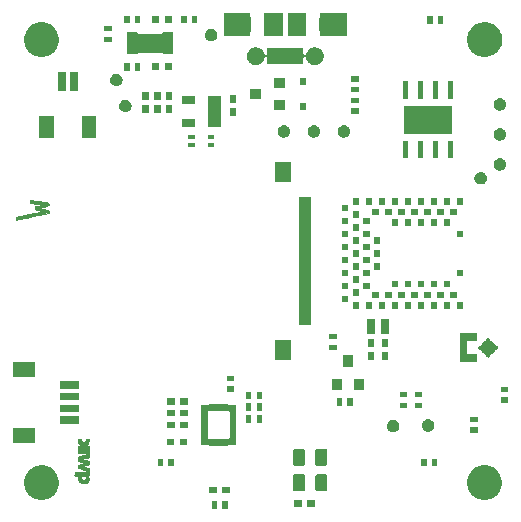
<source format=gbr>
G04 #@! TF.GenerationSoftware,KiCad,Pcbnew,5.0.2+dfsg1-1*
G04 #@! TF.CreationDate,2020-09-10T20:55:01-07:00*
G04 #@! TF.ProjectId,chronopy,6368726f-6e6f-4707-992e-6b696361645f,rev?*
G04 #@! TF.SameCoordinates,Original*
G04 #@! TF.FileFunction,Soldermask,Bot*
G04 #@! TF.FilePolarity,Negative*
%FSLAX46Y46*%
G04 Gerber Fmt 4.6, Leading zero omitted, Abs format (unit mm)*
G04 Created by KiCad (PCBNEW 5.0.2+dfsg1-1) date Thu 10 Sep 2020 08:55:01 PM PDT*
%MOMM*%
%LPD*%
G01*
G04 APERTURE LIST*
%ADD10C,0.010000*%
%ADD11C,0.100000*%
G04 APERTURE END LIST*
D10*
G04 #@! TO.C,Ref\002A\002A*
G36*
X105308940Y-112579333D02*
X105237626Y-112580148D01*
X105198781Y-112585727D01*
X105182541Y-112600775D01*
X105179041Y-112629996D01*
X105179000Y-112641297D01*
X105159837Y-112708432D01*
X105106935Y-112758597D01*
X105027177Y-112786739D01*
X104975062Y-112791000D01*
X104884480Y-112776105D01*
X104824019Y-112733029D01*
X104796005Y-112664182D01*
X104796420Y-112605791D01*
X104782934Y-112589660D01*
X104734568Y-112581180D01*
X104671928Y-112579333D01*
X104544000Y-112579333D01*
X104545342Y-112679875D01*
X104550372Y-112751947D01*
X104561422Y-112813876D01*
X104566647Y-112830261D01*
X104632993Y-112945712D01*
X104726270Y-113028600D01*
X104846010Y-113078631D01*
X104989788Y-113095506D01*
X105131954Y-113078811D01*
X105249081Y-113028842D01*
X105338943Y-112947579D01*
X105399319Y-112837001D01*
X105427412Y-112705801D01*
X105438880Y-112579333D01*
X105308940Y-112579333D01*
X105308940Y-112579333D01*
G37*
X105308940Y-112579333D02*
X105237626Y-112580148D01*
X105198781Y-112585727D01*
X105182541Y-112600775D01*
X105179041Y-112629996D01*
X105179000Y-112641297D01*
X105159837Y-112708432D01*
X105106935Y-112758597D01*
X105027177Y-112786739D01*
X104975062Y-112791000D01*
X104884480Y-112776105D01*
X104824019Y-112733029D01*
X104796005Y-112664182D01*
X104796420Y-112605791D01*
X104782934Y-112589660D01*
X104734568Y-112581180D01*
X104671928Y-112579333D01*
X104544000Y-112579333D01*
X104545342Y-112679875D01*
X104550372Y-112751947D01*
X104561422Y-112813876D01*
X104566647Y-112830261D01*
X104632993Y-112945712D01*
X104726270Y-113028600D01*
X104846010Y-113078631D01*
X104989788Y-113095506D01*
X105131954Y-113078811D01*
X105249081Y-113028842D01*
X105338943Y-112947579D01*
X105399319Y-112837001D01*
X105427412Y-112705801D01*
X105438880Y-112579333D01*
X105308940Y-112579333D01*
G36*
X104544000Y-113129666D02*
X104544000Y-113426000D01*
X105433000Y-113426000D01*
X105433000Y-113129666D01*
X104544000Y-113129666D01*
X104544000Y-113129666D01*
G37*
X104544000Y-113129666D02*
X104544000Y-113426000D01*
X105433000Y-113426000D01*
X105433000Y-113129666D01*
X104544000Y-113129666D01*
G36*
X105428654Y-114552156D02*
X105422417Y-114410250D01*
X105163224Y-114336166D01*
X105065742Y-114307381D01*
X104984986Y-114281779D01*
X104928628Y-114261921D01*
X104904338Y-114250370D01*
X104903933Y-114249559D01*
X104922186Y-114236734D01*
X104968357Y-114218969D01*
X104993792Y-114211131D01*
X105057604Y-114192525D01*
X105145079Y-114166723D01*
X105239339Y-114138707D01*
X105257714Y-114133219D01*
X105431677Y-114081209D01*
X105431677Y-113468333D01*
X104542146Y-113468333D01*
X104548365Y-113621791D01*
X104554583Y-113775250D01*
X104977917Y-113785833D01*
X105401250Y-113796416D01*
X104971763Y-113953086D01*
X104542275Y-114109756D01*
X104548429Y-114258869D01*
X104554583Y-114407981D01*
X104806215Y-114483199D01*
X105057846Y-114558416D01*
X104800923Y-114639910D01*
X104544000Y-114721403D01*
X104544000Y-114868116D01*
X104547915Y-114961036D01*
X104559710Y-115012809D01*
X104570458Y-115024263D01*
X104597632Y-115034076D01*
X104658208Y-115056022D01*
X104745800Y-115087783D01*
X104854020Y-115127045D01*
X104976479Y-115171490D01*
X105006392Y-115182349D01*
X105129877Y-115227017D01*
X105239357Y-115266315D01*
X105328782Y-115298095D01*
X105392104Y-115320212D01*
X105423273Y-115330519D01*
X105425361Y-115331000D01*
X105429194Y-115311625D01*
X105430480Y-115260539D01*
X105428991Y-115188303D01*
X105428636Y-115179235D01*
X105422417Y-115027469D01*
X105337750Y-115000777D01*
X105278628Y-114982465D01*
X105193896Y-114956624D01*
X105098518Y-114927809D01*
X105062583Y-114917024D01*
X104872083Y-114859962D01*
X104977917Y-114829636D01*
X105049993Y-114808699D01*
X105144267Y-114780936D01*
X105242410Y-114751748D01*
X105259320Y-114746686D01*
X105434890Y-114694063D01*
X105428654Y-114552156D01*
X105428654Y-114552156D01*
G37*
X105428654Y-114552156D02*
X105422417Y-114410250D01*
X105163224Y-114336166D01*
X105065742Y-114307381D01*
X104984986Y-114281779D01*
X104928628Y-114261921D01*
X104904338Y-114250370D01*
X104903933Y-114249559D01*
X104922186Y-114236734D01*
X104968357Y-114218969D01*
X104993792Y-114211131D01*
X105057604Y-114192525D01*
X105145079Y-114166723D01*
X105239339Y-114138707D01*
X105257714Y-114133219D01*
X105431677Y-114081209D01*
X105431677Y-113468333D01*
X104542146Y-113468333D01*
X104548365Y-113621791D01*
X104554583Y-113775250D01*
X104977917Y-113785833D01*
X105401250Y-113796416D01*
X104971763Y-113953086D01*
X104542275Y-114109756D01*
X104548429Y-114258869D01*
X104554583Y-114407981D01*
X104806215Y-114483199D01*
X105057846Y-114558416D01*
X104800923Y-114639910D01*
X104544000Y-114721403D01*
X104544000Y-114868116D01*
X104547915Y-114961036D01*
X104559710Y-115012809D01*
X104570458Y-115024263D01*
X104597632Y-115034076D01*
X104658208Y-115056022D01*
X104745800Y-115087783D01*
X104854020Y-115127045D01*
X104976479Y-115171490D01*
X105006392Y-115182349D01*
X105129877Y-115227017D01*
X105239357Y-115266315D01*
X105328782Y-115298095D01*
X105392104Y-115320212D01*
X105423273Y-115330519D01*
X105425361Y-115331000D01*
X105429194Y-115311625D01*
X105430480Y-115260539D01*
X105428991Y-115188303D01*
X105428636Y-115179235D01*
X105422417Y-115027469D01*
X105337750Y-115000777D01*
X105278628Y-114982465D01*
X105193896Y-114956624D01*
X105098518Y-114927809D01*
X105062583Y-114917024D01*
X104872083Y-114859962D01*
X104977917Y-114829636D01*
X105049993Y-114808699D01*
X105144267Y-114780936D01*
X105242410Y-114751748D01*
X105259320Y-114746686D01*
X105434890Y-114694063D01*
X105428654Y-114552156D01*
G36*
X104835042Y-115357129D02*
X104237083Y-115362750D01*
X104230925Y-115501230D01*
X104229900Y-115574378D01*
X104233254Y-115629903D01*
X104239744Y-115654688D01*
X104266320Y-115661341D01*
X104324755Y-115666477D01*
X104404582Y-115669330D01*
X104444975Y-115669666D01*
X104534755Y-115669992D01*
X104588689Y-115672186D01*
X104613269Y-115678074D01*
X104614981Y-115689481D01*
X104600316Y-115708234D01*
X104596620Y-115712328D01*
X104568676Y-115766779D01*
X104551590Y-115847287D01*
X104546781Y-115938639D01*
X104555673Y-116025625D01*
X104564272Y-116058537D01*
X104595657Y-116117573D01*
X104646778Y-116180953D01*
X104675245Y-116208139D01*
X104780497Y-116274294D01*
X104899172Y-116309770D01*
X104978153Y-116313772D01*
X104978153Y-116008333D01*
X104891118Y-115992659D01*
X104825790Y-115951112D01*
X104786449Y-115891906D01*
X104777373Y-115823258D01*
X104802843Y-115753380D01*
X104828788Y-115721621D01*
X104876222Y-115686354D01*
X104935766Y-115671467D01*
X104980882Y-115669666D01*
X105077147Y-115683780D01*
X105141947Y-115725818D01*
X105174756Y-115795323D01*
X105179000Y-115841153D01*
X105161134Y-115920233D01*
X105109799Y-115975674D01*
X105028389Y-116004651D01*
X104978153Y-116008333D01*
X104978153Y-116313772D01*
X105022993Y-116316045D01*
X105143683Y-116294593D01*
X105252965Y-116246890D01*
X105342561Y-116174413D01*
X105404193Y-116078636D01*
X105404403Y-116078135D01*
X105428367Y-115983622D01*
X105430727Y-115879657D01*
X105412143Y-115784407D01*
X105392151Y-115740518D01*
X105366659Y-115696330D01*
X105363470Y-115675580D01*
X105382599Y-115665716D01*
X105392231Y-115663125D01*
X105413778Y-115652198D01*
X105426142Y-115627137D01*
X105431742Y-115578380D01*
X105433000Y-115501985D01*
X105433000Y-115351507D01*
X104835042Y-115357129D01*
X104835042Y-115357129D01*
G37*
X104835042Y-115357129D02*
X104237083Y-115362750D01*
X104230925Y-115501230D01*
X104229900Y-115574378D01*
X104233254Y-115629903D01*
X104239744Y-115654688D01*
X104266320Y-115661341D01*
X104324755Y-115666477D01*
X104404582Y-115669330D01*
X104444975Y-115669666D01*
X104534755Y-115669992D01*
X104588689Y-115672186D01*
X104613269Y-115678074D01*
X104614981Y-115689481D01*
X104600316Y-115708234D01*
X104596620Y-115712328D01*
X104568676Y-115766779D01*
X104551590Y-115847287D01*
X104546781Y-115938639D01*
X104555673Y-116025625D01*
X104564272Y-116058537D01*
X104595657Y-116117573D01*
X104646778Y-116180953D01*
X104675245Y-116208139D01*
X104780497Y-116274294D01*
X104899172Y-116309770D01*
X104978153Y-116313772D01*
X104978153Y-116008333D01*
X104891118Y-115992659D01*
X104825790Y-115951112D01*
X104786449Y-115891906D01*
X104777373Y-115823258D01*
X104802843Y-115753380D01*
X104828788Y-115721621D01*
X104876222Y-115686354D01*
X104935766Y-115671467D01*
X104980882Y-115669666D01*
X105077147Y-115683780D01*
X105141947Y-115725818D01*
X105174756Y-115795323D01*
X105179000Y-115841153D01*
X105161134Y-115920233D01*
X105109799Y-115975674D01*
X105028389Y-116004651D01*
X104978153Y-116008333D01*
X104978153Y-116313772D01*
X105022993Y-116316045D01*
X105143683Y-116294593D01*
X105252965Y-116246890D01*
X105342561Y-116174413D01*
X105404193Y-116078636D01*
X105404403Y-116078135D01*
X105428367Y-115983622D01*
X105430727Y-115879657D01*
X105412143Y-115784407D01*
X105392151Y-115740518D01*
X105366659Y-115696330D01*
X105363470Y-115675580D01*
X105382599Y-115665716D01*
X105392231Y-115663125D01*
X105413778Y-115652198D01*
X105426142Y-115627137D01*
X105431742Y-115578380D01*
X105433000Y-115501985D01*
X105433000Y-115351507D01*
X104835042Y-115357129D01*
G36*
X99295498Y-93958906D02*
X99315605Y-93992234D01*
X99363949Y-93984075D01*
X99485016Y-93960201D01*
X99668752Y-93922693D01*
X99905105Y-93873633D01*
X100184023Y-93815102D01*
X100495451Y-93749180D01*
X100695894Y-93706484D01*
X102041622Y-93419167D01*
X102029394Y-93295038D01*
X102019850Y-93237115D01*
X101994295Y-93195907D01*
X101936948Y-93163198D01*
X101832027Y-93130770D01*
X101663751Y-93090406D01*
X101615000Y-93079266D01*
X101212833Y-92987623D01*
X101625583Y-92891260D01*
X101812956Y-92846508D01*
X101932829Y-92812539D01*
X102000267Y-92781391D01*
X102030335Y-92745102D01*
X102038098Y-92695709D01*
X102038333Y-92673115D01*
X102028749Y-92585855D01*
X102006583Y-92550430D01*
X101955955Y-92543975D01*
X101836465Y-92526718D01*
X101662913Y-92500855D01*
X101450102Y-92468583D01*
X101297500Y-92445174D01*
X101013695Y-92401526D01*
X100803016Y-92370479D01*
X100654841Y-92352175D01*
X100558552Y-92346755D01*
X100503528Y-92354362D01*
X100479149Y-92375136D01*
X100474796Y-92409220D01*
X100479771Y-92456084D01*
X100493167Y-92572500D01*
X101043500Y-92637154D01*
X101269780Y-92664714D01*
X101413835Y-92686780D01*
X101477624Y-92706898D01*
X101463105Y-92728615D01*
X101372235Y-92755476D01*
X101206972Y-92791030D01*
X101136329Y-92805298D01*
X100999734Y-92834970D01*
X100927639Y-92863424D01*
X100901377Y-92905301D01*
X100902282Y-92975243D01*
X100903496Y-92987922D01*
X100914400Y-93057037D01*
X100942808Y-93101755D01*
X101007163Y-93133325D01*
X101125912Y-93162999D01*
X101223417Y-93183057D01*
X101371292Y-93216205D01*
X101480118Y-93246946D01*
X101529356Y-93269350D01*
X101530333Y-93271683D01*
X101490622Y-93286965D01*
X101378648Y-93316483D01*
X101205147Y-93357757D01*
X100980858Y-93408312D01*
X100716516Y-93465668D01*
X100422859Y-93527348D01*
X100419083Y-93528128D01*
X99307833Y-93757834D01*
X99294438Y-93874250D01*
X99295498Y-93958906D01*
X99295498Y-93958906D01*
G37*
X99295498Y-93958906D02*
X99315605Y-93992234D01*
X99363949Y-93984075D01*
X99485016Y-93960201D01*
X99668752Y-93922693D01*
X99905105Y-93873633D01*
X100184023Y-93815102D01*
X100495451Y-93749180D01*
X100695894Y-93706484D01*
X102041622Y-93419167D01*
X102029394Y-93295038D01*
X102019850Y-93237115D01*
X101994295Y-93195907D01*
X101936948Y-93163198D01*
X101832027Y-93130770D01*
X101663751Y-93090406D01*
X101615000Y-93079266D01*
X101212833Y-92987623D01*
X101625583Y-92891260D01*
X101812956Y-92846508D01*
X101932829Y-92812539D01*
X102000267Y-92781391D01*
X102030335Y-92745102D01*
X102038098Y-92695709D01*
X102038333Y-92673115D01*
X102028749Y-92585855D01*
X102006583Y-92550430D01*
X101955955Y-92543975D01*
X101836465Y-92526718D01*
X101662913Y-92500855D01*
X101450102Y-92468583D01*
X101297500Y-92445174D01*
X101013695Y-92401526D01*
X100803016Y-92370479D01*
X100654841Y-92352175D01*
X100558552Y-92346755D01*
X100503528Y-92354362D01*
X100479149Y-92375136D01*
X100474796Y-92409220D01*
X100479771Y-92456084D01*
X100493167Y-92572500D01*
X101043500Y-92637154D01*
X101269780Y-92664714D01*
X101413835Y-92686780D01*
X101477624Y-92706898D01*
X101463105Y-92728615D01*
X101372235Y-92755476D01*
X101206972Y-92791030D01*
X101136329Y-92805298D01*
X100999734Y-92834970D01*
X100927639Y-92863424D01*
X100901377Y-92905301D01*
X100902282Y-92975243D01*
X100903496Y-92987922D01*
X100914400Y-93057037D01*
X100942808Y-93101755D01*
X101007163Y-93133325D01*
X101125912Y-93162999D01*
X101223417Y-93183057D01*
X101371292Y-93216205D01*
X101480118Y-93246946D01*
X101529356Y-93269350D01*
X101530333Y-93271683D01*
X101490622Y-93286965D01*
X101378648Y-93316483D01*
X101205147Y-93357757D01*
X100980858Y-93408312D01*
X100716516Y-93465668D01*
X100422859Y-93527348D01*
X100419083Y-93528128D01*
X99307833Y-93757834D01*
X99294438Y-93874250D01*
X99295498Y-93958906D01*
D11*
G36*
X117204678Y-118484076D02*
X116753878Y-118484076D01*
X116753878Y-117833276D01*
X117204678Y-117833276D01*
X117204678Y-118484076D01*
X117204678Y-118484076D01*
G37*
G36*
X116304678Y-118484076D02*
X115853878Y-118484076D01*
X115853878Y-117833276D01*
X116304678Y-117833276D01*
X116304678Y-118484076D01*
X116304678Y-118484076D01*
G37*
G36*
X123506400Y-118283400D02*
X122855600Y-118283400D01*
X122855600Y-117732600D01*
X123506400Y-117732600D01*
X123506400Y-118283400D01*
X123506400Y-118283400D01*
G37*
G36*
X124606400Y-118283400D02*
X123955600Y-118283400D01*
X123955600Y-117732600D01*
X124606400Y-117732600D01*
X124606400Y-118283400D01*
X124606400Y-118283400D01*
G37*
G36*
X139372376Y-114836938D02*
X139372379Y-114836939D01*
X139372378Y-114836939D01*
X139640884Y-114948157D01*
X139640885Y-114948158D01*
X139882536Y-115109624D01*
X140088036Y-115315124D01*
X140088038Y-115315127D01*
X140249503Y-115556776D01*
X140275911Y-115620531D01*
X140360722Y-115825284D01*
X140417420Y-116110324D01*
X140417420Y-116400956D01*
X140360722Y-116685996D01*
X140335526Y-116746826D01*
X140249503Y-116954504D01*
X140224516Y-116991899D01*
X140088036Y-117196156D01*
X139882536Y-117401656D01*
X139882533Y-117401658D01*
X139640884Y-117563123D01*
X139433206Y-117649146D01*
X139372376Y-117674342D01*
X139087336Y-117731040D01*
X138796704Y-117731040D01*
X138511664Y-117674342D01*
X138450834Y-117649146D01*
X138243156Y-117563123D01*
X138001507Y-117401658D01*
X138001504Y-117401656D01*
X137796004Y-117196156D01*
X137659524Y-116991899D01*
X137634537Y-116954504D01*
X137548514Y-116746826D01*
X137523318Y-116685996D01*
X137466620Y-116400956D01*
X137466620Y-116110324D01*
X137523318Y-115825284D01*
X137608129Y-115620531D01*
X137634537Y-115556776D01*
X137796002Y-115315127D01*
X137796004Y-115315124D01*
X138001504Y-115109624D01*
X138243155Y-114948158D01*
X138243156Y-114948157D01*
X138511662Y-114836939D01*
X138511661Y-114836939D01*
X138511664Y-114836938D01*
X138796704Y-114780240D01*
X139087336Y-114780240D01*
X139372376Y-114836938D01*
X139372376Y-114836938D01*
G37*
G36*
X101874356Y-114834398D02*
X101935186Y-114859594D01*
X102142864Y-114945617D01*
X102381255Y-115104905D01*
X102384516Y-115107084D01*
X102590016Y-115312584D01*
X102590018Y-115312587D01*
X102751483Y-115554236D01*
X102778943Y-115620531D01*
X102862702Y-115822744D01*
X102919400Y-116107784D01*
X102919400Y-116398416D01*
X102862702Y-116683456D01*
X102862701Y-116683458D01*
X102751483Y-116951964D01*
X102609754Y-117164076D01*
X102590016Y-117193616D01*
X102384516Y-117399116D01*
X102384513Y-117399118D01*
X102142864Y-117560583D01*
X101935186Y-117646606D01*
X101874356Y-117671802D01*
X101589316Y-117728500D01*
X101298684Y-117728500D01*
X101013644Y-117671802D01*
X100952814Y-117646606D01*
X100745136Y-117560583D01*
X100503487Y-117399118D01*
X100503484Y-117399116D01*
X100297984Y-117193616D01*
X100278246Y-117164076D01*
X100136517Y-116951964D01*
X100025299Y-116683458D01*
X100025298Y-116683456D01*
X99968600Y-116398416D01*
X99968600Y-116107784D01*
X100025298Y-115822744D01*
X100109057Y-115620531D01*
X100136517Y-115554236D01*
X100297982Y-115312587D01*
X100297984Y-115312584D01*
X100503484Y-115107084D01*
X100506745Y-115104905D01*
X100745136Y-114945617D01*
X100952814Y-114859594D01*
X101013644Y-114834398D01*
X101298684Y-114777700D01*
X101589316Y-114777700D01*
X101874356Y-114834398D01*
X101874356Y-114834398D01*
G37*
G36*
X116304678Y-117164076D02*
X115653878Y-117164076D01*
X115653878Y-116613276D01*
X116304678Y-116613276D01*
X116304678Y-117164076D01*
X116304678Y-117164076D01*
G37*
G36*
X117404678Y-117164076D02*
X116753878Y-117164076D01*
X116753878Y-116613276D01*
X117404678Y-116613276D01*
X117404678Y-117164076D01*
X117404678Y-117164076D01*
G37*
G36*
X123598702Y-115549739D02*
X123634975Y-115560742D01*
X123668402Y-115578610D01*
X123697700Y-115602653D01*
X123721743Y-115631951D01*
X123739611Y-115665378D01*
X123750614Y-115701651D01*
X123754934Y-115745510D01*
X123754934Y-116796128D01*
X123750614Y-116839987D01*
X123739611Y-116876260D01*
X123721743Y-116909687D01*
X123697700Y-116938985D01*
X123668402Y-116963028D01*
X123634975Y-116980896D01*
X123598702Y-116991899D01*
X123554843Y-116996219D01*
X122929225Y-116996219D01*
X122885366Y-116991899D01*
X122849093Y-116980896D01*
X122815666Y-116963028D01*
X122786368Y-116938985D01*
X122762325Y-116909687D01*
X122744457Y-116876260D01*
X122733454Y-116839987D01*
X122729134Y-116796128D01*
X122729134Y-115745510D01*
X122733454Y-115701651D01*
X122744457Y-115665378D01*
X122762325Y-115631951D01*
X122786368Y-115602653D01*
X122815666Y-115578610D01*
X122849093Y-115560742D01*
X122885366Y-115549739D01*
X122929225Y-115545419D01*
X123554843Y-115545419D01*
X123598702Y-115549739D01*
X123598702Y-115549739D01*
G37*
G36*
X125473702Y-115549739D02*
X125509975Y-115560742D01*
X125543402Y-115578610D01*
X125572700Y-115602653D01*
X125596743Y-115631951D01*
X125614611Y-115665378D01*
X125625614Y-115701651D01*
X125629934Y-115745510D01*
X125629934Y-116796128D01*
X125625614Y-116839987D01*
X125614611Y-116876260D01*
X125596743Y-116909687D01*
X125572700Y-116938985D01*
X125543402Y-116963028D01*
X125509975Y-116980896D01*
X125473702Y-116991899D01*
X125429843Y-116996219D01*
X124804225Y-116996219D01*
X124760366Y-116991899D01*
X124724093Y-116980896D01*
X124690666Y-116963028D01*
X124661368Y-116938985D01*
X124637325Y-116909687D01*
X124619457Y-116876260D01*
X124608454Y-116839987D01*
X124604134Y-116796128D01*
X124604134Y-115745510D01*
X124608454Y-115701651D01*
X124619457Y-115665378D01*
X124637325Y-115631951D01*
X124661368Y-115602653D01*
X124690666Y-115578610D01*
X124724093Y-115560742D01*
X124760366Y-115549739D01*
X124804225Y-115545419D01*
X125429843Y-115545419D01*
X125473702Y-115549739D01*
X125473702Y-115549739D01*
G37*
G36*
X134960400Y-114885400D02*
X134509600Y-114885400D01*
X134509600Y-114234600D01*
X134960400Y-114234600D01*
X134960400Y-114885400D01*
X134960400Y-114885400D01*
G37*
G36*
X112630400Y-114885400D02*
X112179600Y-114885400D01*
X112179600Y-114234600D01*
X112630400Y-114234600D01*
X112630400Y-114885400D01*
X112630400Y-114885400D01*
G37*
G36*
X111730400Y-114885400D02*
X111279600Y-114885400D01*
X111279600Y-114234600D01*
X111730400Y-114234600D01*
X111730400Y-114885400D01*
X111730400Y-114885400D01*
G37*
G36*
X134060400Y-114885400D02*
X133609600Y-114885400D01*
X133609600Y-114234600D01*
X134060400Y-114234600D01*
X134060400Y-114885400D01*
X134060400Y-114885400D01*
G37*
G36*
X125473702Y-113390739D02*
X125509975Y-113401742D01*
X125543402Y-113419610D01*
X125572700Y-113443653D01*
X125596743Y-113472951D01*
X125614611Y-113506378D01*
X125625614Y-113542651D01*
X125629934Y-113586510D01*
X125629934Y-114637128D01*
X125625614Y-114680987D01*
X125614611Y-114717260D01*
X125596743Y-114750687D01*
X125572700Y-114779985D01*
X125543402Y-114804028D01*
X125509975Y-114821896D01*
X125473702Y-114832899D01*
X125429843Y-114837219D01*
X124804225Y-114837219D01*
X124760366Y-114832899D01*
X124724093Y-114821896D01*
X124690666Y-114804028D01*
X124661368Y-114779985D01*
X124637325Y-114750687D01*
X124619457Y-114717260D01*
X124608454Y-114680987D01*
X124604134Y-114637128D01*
X124604134Y-113586510D01*
X124608454Y-113542651D01*
X124619457Y-113506378D01*
X124637325Y-113472951D01*
X124661368Y-113443653D01*
X124690666Y-113419610D01*
X124724093Y-113401742D01*
X124760366Y-113390739D01*
X124804225Y-113386419D01*
X125429843Y-113386419D01*
X125473702Y-113390739D01*
X125473702Y-113390739D01*
G37*
G36*
X123598702Y-113390739D02*
X123634975Y-113401742D01*
X123668402Y-113419610D01*
X123697700Y-113443653D01*
X123721743Y-113472951D01*
X123739611Y-113506378D01*
X123750614Y-113542651D01*
X123754934Y-113586510D01*
X123754934Y-114637128D01*
X123750614Y-114680987D01*
X123739611Y-114717260D01*
X123721743Y-114750687D01*
X123697700Y-114779985D01*
X123668402Y-114804028D01*
X123634975Y-114821896D01*
X123598702Y-114832899D01*
X123554843Y-114837219D01*
X122929225Y-114837219D01*
X122885366Y-114832899D01*
X122849093Y-114821896D01*
X122815666Y-114804028D01*
X122786368Y-114779985D01*
X122762325Y-114750687D01*
X122744457Y-114717260D01*
X122733454Y-114680987D01*
X122729134Y-114637128D01*
X122729134Y-113586510D01*
X122733454Y-113542651D01*
X122744457Y-113506378D01*
X122762325Y-113472951D01*
X122786368Y-113443653D01*
X122815666Y-113419610D01*
X122849093Y-113401742D01*
X122885366Y-113390739D01*
X122929225Y-113386419D01*
X123554843Y-113386419D01*
X123598702Y-113390739D01*
X123598702Y-113390739D01*
G37*
G36*
X117249715Y-109630635D02*
X117261266Y-109652246D01*
X117276812Y-109671188D01*
X117295754Y-109686734D01*
X117317365Y-109698285D01*
X117340814Y-109705398D01*
X117365200Y-109707800D01*
X117945200Y-109707800D01*
X117945200Y-113048600D01*
X117365200Y-113048600D01*
X117340814Y-113051002D01*
X117317365Y-113058115D01*
X117295754Y-113069666D01*
X117276812Y-113085212D01*
X117261266Y-113104154D01*
X117249715Y-113125765D01*
X117245822Y-113138600D01*
X115613778Y-113138600D01*
X115609885Y-113125765D01*
X115598334Y-113104154D01*
X115582788Y-113085212D01*
X115563846Y-113069666D01*
X115542235Y-113058115D01*
X115518786Y-113051002D01*
X115494400Y-113048600D01*
X114914400Y-113048600D01*
X114914400Y-110323600D01*
X115495200Y-110323600D01*
X115495200Y-112432800D01*
X115497602Y-112457186D01*
X115504715Y-112480635D01*
X115516266Y-112502246D01*
X115531812Y-112521188D01*
X115550754Y-112536734D01*
X115572365Y-112548285D01*
X115595814Y-112555398D01*
X115620200Y-112557800D01*
X117239400Y-112557800D01*
X117263786Y-112555398D01*
X117287235Y-112548285D01*
X117308846Y-112536734D01*
X117327788Y-112521188D01*
X117343334Y-112502246D01*
X117354885Y-112480635D01*
X117361998Y-112457186D01*
X117364400Y-112432800D01*
X117364400Y-110323600D01*
X117361998Y-110299214D01*
X117354885Y-110275765D01*
X117343334Y-110254154D01*
X117327788Y-110235212D01*
X117308846Y-110219666D01*
X117287235Y-110208115D01*
X117263786Y-110201002D01*
X117239400Y-110198600D01*
X115620200Y-110198600D01*
X115595814Y-110201002D01*
X115572365Y-110208115D01*
X115550754Y-110219666D01*
X115531812Y-110235212D01*
X115516266Y-110254154D01*
X115504715Y-110275765D01*
X115497602Y-110299214D01*
X115495200Y-110323600D01*
X114914400Y-110323600D01*
X114914400Y-109707800D01*
X115494400Y-109707800D01*
X115518786Y-109705398D01*
X115542235Y-109698285D01*
X115563846Y-109686734D01*
X115582788Y-109671188D01*
X115598334Y-109652246D01*
X115609885Y-109630635D01*
X115613778Y-109617800D01*
X117245822Y-109617800D01*
X117249715Y-109630635D01*
X117249715Y-109630635D01*
G37*
G36*
X113785200Y-113073600D02*
X113134400Y-113073600D01*
X113134400Y-112522800D01*
X113785200Y-112522800D01*
X113785200Y-113073600D01*
X113785200Y-113073600D01*
G37*
G36*
X112685200Y-113073600D02*
X112034400Y-113073600D01*
X112034400Y-112522800D01*
X112685200Y-112522800D01*
X112685200Y-113073600D01*
X112685200Y-113073600D01*
G37*
G36*
X100875400Y-112900400D02*
X99024600Y-112900400D01*
X99024600Y-111649600D01*
X100875400Y-111649600D01*
X100875400Y-112900400D01*
X100875400Y-112900400D01*
G37*
G36*
X138407400Y-112010400D02*
X137756600Y-112010400D01*
X137756600Y-111559600D01*
X138407400Y-111559600D01*
X138407400Y-112010400D01*
X138407400Y-112010400D01*
G37*
G36*
X131351854Y-110935369D02*
X131447470Y-110974974D01*
X131533526Y-111032475D01*
X131606703Y-111105652D01*
X131664204Y-111191708D01*
X131703809Y-111287324D01*
X131724000Y-111388831D01*
X131724000Y-111492325D01*
X131703809Y-111593832D01*
X131664204Y-111689448D01*
X131606703Y-111775504D01*
X131533526Y-111848681D01*
X131447470Y-111906182D01*
X131351854Y-111945787D01*
X131250347Y-111965978D01*
X131146853Y-111965978D01*
X131045346Y-111945787D01*
X130949730Y-111906182D01*
X130863674Y-111848681D01*
X130790497Y-111775504D01*
X130732996Y-111689448D01*
X130693391Y-111593832D01*
X130673200Y-111492325D01*
X130673200Y-111388831D01*
X130693391Y-111287324D01*
X130732996Y-111191708D01*
X130790497Y-111105652D01*
X130863674Y-111032475D01*
X130949730Y-110974974D01*
X131045346Y-110935369D01*
X131146853Y-110915178D01*
X131250347Y-110915178D01*
X131351854Y-110935369D01*
X131351854Y-110935369D01*
G37*
G36*
X134318254Y-110904791D02*
X134413870Y-110944396D01*
X134499926Y-111001897D01*
X134573103Y-111075074D01*
X134630604Y-111161130D01*
X134670209Y-111256746D01*
X134690400Y-111358253D01*
X134690400Y-111461747D01*
X134670209Y-111563254D01*
X134630604Y-111658870D01*
X134573103Y-111744926D01*
X134499926Y-111818103D01*
X134413870Y-111875604D01*
X134318254Y-111915209D01*
X134216747Y-111935400D01*
X134113253Y-111935400D01*
X134011746Y-111915209D01*
X133916130Y-111875604D01*
X133830074Y-111818103D01*
X133756897Y-111744926D01*
X133699396Y-111658870D01*
X133659791Y-111563254D01*
X133639600Y-111461747D01*
X133639600Y-111358253D01*
X133659791Y-111256746D01*
X133699396Y-111161130D01*
X133756897Y-111075074D01*
X133830074Y-111001897D01*
X133916130Y-110944396D01*
X134011746Y-110904791D01*
X134113253Y-110884600D01*
X134216747Y-110884600D01*
X134318254Y-110904791D01*
X134318254Y-110904791D01*
G37*
G36*
X112705200Y-111653600D02*
X112054400Y-111653600D01*
X112054400Y-111102800D01*
X112705200Y-111102800D01*
X112705200Y-111653600D01*
X112705200Y-111653600D01*
G37*
G36*
X113805200Y-111653600D02*
X113154400Y-111653600D01*
X113154400Y-111102800D01*
X113805200Y-111102800D01*
X113805200Y-111653600D01*
X113805200Y-111653600D01*
G37*
G36*
X104625400Y-111300400D02*
X103024600Y-111300400D01*
X103024600Y-110649600D01*
X104625400Y-110649600D01*
X104625400Y-111300400D01*
X104625400Y-111300400D01*
G37*
G36*
X119205200Y-111203600D02*
X118754400Y-111203600D01*
X118754400Y-110552800D01*
X119205200Y-110552800D01*
X119205200Y-111203600D01*
X119205200Y-111203600D01*
G37*
G36*
X120105200Y-111203600D02*
X119654400Y-111203600D01*
X119654400Y-110552800D01*
X120105200Y-110552800D01*
X120105200Y-111203600D01*
X120105200Y-111203600D01*
G37*
G36*
X138407400Y-111110400D02*
X137756600Y-111110400D01*
X137756600Y-110659600D01*
X138407400Y-110659600D01*
X138407400Y-111110400D01*
X138407400Y-111110400D01*
G37*
G36*
X113805200Y-110653600D02*
X113154400Y-110653600D01*
X113154400Y-110102800D01*
X113805200Y-110102800D01*
X113805200Y-110653600D01*
X113805200Y-110653600D01*
G37*
G36*
X112705200Y-110653600D02*
X112054400Y-110653600D01*
X112054400Y-110102800D01*
X112705200Y-110102800D01*
X112705200Y-110653600D01*
X112705200Y-110653600D01*
G37*
G36*
X104625400Y-110300400D02*
X103024600Y-110300400D01*
X103024600Y-109649600D01*
X104625400Y-109649600D01*
X104625400Y-110300400D01*
X104625400Y-110300400D01*
G37*
G36*
X120105200Y-110203600D02*
X119654400Y-110203600D01*
X119654400Y-109552800D01*
X120105200Y-109552800D01*
X120105200Y-110203600D01*
X120105200Y-110203600D01*
G37*
G36*
X119205200Y-110203600D02*
X118754400Y-110203600D01*
X118754400Y-109552800D01*
X119205200Y-109552800D01*
X119205200Y-110203600D01*
X119205200Y-110203600D01*
G37*
G36*
X133683000Y-109945800D02*
X133032200Y-109945800D01*
X133032200Y-109495000D01*
X133683000Y-109495000D01*
X133683000Y-109945800D01*
X133683000Y-109945800D01*
G37*
G36*
X132413000Y-109945800D02*
X131762200Y-109945800D01*
X131762200Y-109495000D01*
X132413000Y-109495000D01*
X132413000Y-109945800D01*
X132413000Y-109945800D01*
G37*
G36*
X126875400Y-109750400D02*
X126424600Y-109750400D01*
X126424600Y-109099600D01*
X126875400Y-109099600D01*
X126875400Y-109750400D01*
X126875400Y-109750400D01*
G37*
G36*
X127775400Y-109750400D02*
X127324600Y-109750400D01*
X127324600Y-109099600D01*
X127775400Y-109099600D01*
X127775400Y-109750400D01*
X127775400Y-109750400D01*
G37*
G36*
X112705200Y-109653600D02*
X112054400Y-109653600D01*
X112054400Y-109102800D01*
X112705200Y-109102800D01*
X112705200Y-109653600D01*
X112705200Y-109653600D01*
G37*
G36*
X113805200Y-109653600D02*
X113154400Y-109653600D01*
X113154400Y-109102800D01*
X113805200Y-109102800D01*
X113805200Y-109653600D01*
X113805200Y-109653600D01*
G37*
G36*
X140972800Y-109470400D02*
X140322000Y-109470400D01*
X140322000Y-109019600D01*
X140972800Y-109019600D01*
X140972800Y-109470400D01*
X140972800Y-109470400D01*
G37*
G36*
X104625400Y-109300400D02*
X103024600Y-109300400D01*
X103024600Y-108649600D01*
X104625400Y-108649600D01*
X104625400Y-109300400D01*
X104625400Y-109300400D01*
G37*
G36*
X120105200Y-109203600D02*
X119654400Y-109203600D01*
X119654400Y-108552800D01*
X120105200Y-108552800D01*
X120105200Y-109203600D01*
X120105200Y-109203600D01*
G37*
G36*
X119205200Y-109203600D02*
X118754400Y-109203600D01*
X118754400Y-108552800D01*
X119205200Y-108552800D01*
X119205200Y-109203600D01*
X119205200Y-109203600D01*
G37*
G36*
X133683000Y-109045800D02*
X133032200Y-109045800D01*
X133032200Y-108595000D01*
X133683000Y-108595000D01*
X133683000Y-109045800D01*
X133683000Y-109045800D01*
G37*
G36*
X132413000Y-109045800D02*
X131762200Y-109045800D01*
X131762200Y-108595000D01*
X132413000Y-108595000D01*
X132413000Y-109045800D01*
X132413000Y-109045800D01*
G37*
G36*
X140972800Y-108570400D02*
X140322000Y-108570400D01*
X140322000Y-108119600D01*
X140972800Y-108119600D01*
X140972800Y-108570400D01*
X140972800Y-108570400D01*
G37*
G36*
X117755200Y-108553600D02*
X117104400Y-108553600D01*
X117104400Y-108102800D01*
X117755200Y-108102800D01*
X117755200Y-108553600D01*
X117755200Y-108553600D01*
G37*
G36*
X126875400Y-108425400D02*
X126024600Y-108425400D01*
X126024600Y-107474600D01*
X126875400Y-107474600D01*
X126875400Y-108425400D01*
X126875400Y-108425400D01*
G37*
G36*
X128775400Y-108425400D02*
X127924600Y-108425400D01*
X127924600Y-107474600D01*
X128775400Y-107474600D01*
X128775400Y-108425400D01*
X128775400Y-108425400D01*
G37*
G36*
X104625400Y-108300400D02*
X103024600Y-108300400D01*
X103024600Y-107649600D01*
X104625400Y-107649600D01*
X104625400Y-108300400D01*
X104625400Y-108300400D01*
G37*
G36*
X117755200Y-107653600D02*
X117104400Y-107653600D01*
X117104400Y-107202800D01*
X117755200Y-107202800D01*
X117755200Y-107653600D01*
X117755200Y-107653600D01*
G37*
G36*
X100875400Y-107300400D02*
X99024600Y-107300400D01*
X99024600Y-106049600D01*
X100875400Y-106049600D01*
X100875400Y-107300400D01*
X100875400Y-107300400D01*
G37*
G36*
X127825400Y-106425400D02*
X126974600Y-106425400D01*
X126974600Y-105474600D01*
X127825400Y-105474600D01*
X127825400Y-106425400D01*
X127825400Y-106425400D01*
G37*
G36*
X138284800Y-104250800D02*
X137587800Y-104250800D01*
X137563414Y-104253202D01*
X137539965Y-104260315D01*
X137518354Y-104271866D01*
X137499412Y-104287412D01*
X137483866Y-104306354D01*
X137472315Y-104327965D01*
X137465202Y-104351414D01*
X137462800Y-104375800D01*
X137462800Y-105275000D01*
X137465202Y-105299386D01*
X137472315Y-105322835D01*
X137483866Y-105344446D01*
X137499412Y-105363388D01*
X137518354Y-105378934D01*
X137539965Y-105390485D01*
X137563414Y-105397598D01*
X137587800Y-105400000D01*
X138284800Y-105400000D01*
X138284800Y-106050800D01*
X136890000Y-106050800D01*
X136890000Y-103600000D01*
X138284800Y-103600000D01*
X138284800Y-104250800D01*
X138284800Y-104250800D01*
G37*
G36*
X122519100Y-105864840D02*
X121168300Y-105864840D01*
X121168300Y-104164040D01*
X122519100Y-104164040D01*
X122519100Y-105864840D01*
X122519100Y-105864840D01*
G37*
G36*
X130813600Y-105841800D02*
X130262800Y-105841800D01*
X130262800Y-105191000D01*
X130813600Y-105191000D01*
X130813600Y-105841800D01*
X130813600Y-105841800D01*
G37*
G36*
X129619800Y-105841800D02*
X129069000Y-105841800D01*
X129069000Y-105191000D01*
X129619800Y-105191000D01*
X129619800Y-105841800D01*
X129619800Y-105841800D01*
G37*
G36*
X139284619Y-103991370D02*
X139301562Y-103994740D01*
X139333483Y-104007962D01*
X139333484Y-104007963D01*
X139362214Y-104027160D01*
X139386640Y-104051586D01*
X139386642Y-104051589D01*
X139405838Y-104080317D01*
X139419060Y-104112238D01*
X139419060Y-104112240D01*
X139427463Y-104154482D01*
X139428202Y-104161988D01*
X139435315Y-104185437D01*
X139446866Y-104207048D01*
X139462412Y-104225990D01*
X139481354Y-104241536D01*
X139502964Y-104253087D01*
X139546639Y-104271178D01*
X139649072Y-104339622D01*
X139736178Y-104426728D01*
X139804622Y-104529161D01*
X139822713Y-104572836D01*
X139834265Y-104594447D01*
X139849810Y-104613389D01*
X139868752Y-104628934D01*
X139890363Y-104640485D01*
X139913812Y-104647598D01*
X139921318Y-104648337D01*
X139949800Y-104654003D01*
X139963562Y-104656740D01*
X139995483Y-104669962D01*
X139995484Y-104669963D01*
X140024214Y-104689160D01*
X140048640Y-104713586D01*
X140048642Y-104713589D01*
X140067838Y-104742317D01*
X140081060Y-104774238D01*
X140087800Y-104808125D01*
X140087800Y-104842675D01*
X140081060Y-104876562D01*
X140067838Y-104908483D01*
X140067837Y-104908484D01*
X140048640Y-104937214D01*
X140024214Y-104961640D01*
X140024211Y-104961642D01*
X139995483Y-104980838D01*
X139963562Y-104994060D01*
X139949800Y-104996797D01*
X139921318Y-105002463D01*
X139913812Y-105003202D01*
X139890363Y-105010315D01*
X139868752Y-105021866D01*
X139849810Y-105037412D01*
X139834264Y-105056354D01*
X139822713Y-105077964D01*
X139804622Y-105121639D01*
X139736178Y-105224072D01*
X139649072Y-105311178D01*
X139546639Y-105379622D01*
X139502964Y-105397713D01*
X139481353Y-105409265D01*
X139462411Y-105424810D01*
X139446866Y-105443752D01*
X139435315Y-105465363D01*
X139428202Y-105488812D01*
X139427463Y-105496318D01*
X139421797Y-105524800D01*
X139419060Y-105538562D01*
X139405838Y-105570483D01*
X139405837Y-105570484D01*
X139386640Y-105599214D01*
X139362214Y-105623640D01*
X139362211Y-105623642D01*
X139333483Y-105642838D01*
X139301562Y-105656060D01*
X139284619Y-105659430D01*
X139267677Y-105662800D01*
X139233123Y-105662800D01*
X139216181Y-105659430D01*
X139199238Y-105656060D01*
X139167317Y-105642838D01*
X139138589Y-105623642D01*
X139138586Y-105623640D01*
X139114160Y-105599214D01*
X139094963Y-105570484D01*
X139094962Y-105570483D01*
X139081740Y-105538562D01*
X139079003Y-105524800D01*
X139073337Y-105496318D01*
X139072598Y-105488812D01*
X139065485Y-105465363D01*
X139053934Y-105443752D01*
X139038388Y-105424810D01*
X139019446Y-105409264D01*
X138997836Y-105397713D01*
X138954161Y-105379622D01*
X138851728Y-105311178D01*
X138764622Y-105224072D01*
X138696178Y-105121639D01*
X138678087Y-105077964D01*
X138666535Y-105056353D01*
X138650990Y-105037411D01*
X138632048Y-105021866D01*
X138610437Y-105010315D01*
X138586988Y-105003202D01*
X138579482Y-105002463D01*
X138551000Y-104996797D01*
X138537238Y-104994060D01*
X138505317Y-104980838D01*
X138476589Y-104961642D01*
X138476586Y-104961640D01*
X138452160Y-104937214D01*
X138432963Y-104908484D01*
X138432962Y-104908483D01*
X138419740Y-104876562D01*
X138413000Y-104842675D01*
X138413000Y-104808125D01*
X138419740Y-104774238D01*
X138432962Y-104742317D01*
X138452158Y-104713589D01*
X138452160Y-104713586D01*
X138476586Y-104689160D01*
X138505316Y-104669963D01*
X138505317Y-104669962D01*
X138537238Y-104656740D01*
X138551000Y-104654003D01*
X138579482Y-104648337D01*
X138586988Y-104647598D01*
X138610437Y-104640485D01*
X138632048Y-104628934D01*
X138650990Y-104613388D01*
X138666536Y-104594446D01*
X138678087Y-104572836D01*
X138696178Y-104529161D01*
X138764622Y-104426728D01*
X138851728Y-104339622D01*
X138954161Y-104271178D01*
X138997836Y-104253087D01*
X139019447Y-104241535D01*
X139038389Y-104225990D01*
X139053934Y-104207048D01*
X139065485Y-104185437D01*
X139072598Y-104161988D01*
X139073337Y-104154482D01*
X139081740Y-104112240D01*
X139081740Y-104112238D01*
X139094962Y-104080317D01*
X139114158Y-104051589D01*
X139114160Y-104051586D01*
X139138586Y-104027160D01*
X139167316Y-104007963D01*
X139167317Y-104007962D01*
X139199238Y-103994740D01*
X139216181Y-103991370D01*
X139233123Y-103988000D01*
X139267677Y-103988000D01*
X139284619Y-103991370D01*
X139284619Y-103991370D01*
G37*
G36*
X126464320Y-105020740D02*
X125813520Y-105020740D01*
X125813520Y-104569940D01*
X126464320Y-104569940D01*
X126464320Y-105020740D01*
X126464320Y-105020740D01*
G37*
G36*
X129619800Y-104741800D02*
X129069000Y-104741800D01*
X129069000Y-104091000D01*
X129619800Y-104091000D01*
X129619800Y-104741800D01*
X129619800Y-104741800D01*
G37*
G36*
X130813600Y-104741800D02*
X130262800Y-104741800D01*
X130262800Y-104091000D01*
X130813600Y-104091000D01*
X130813600Y-104741800D01*
X130813600Y-104741800D01*
G37*
G36*
X126464320Y-104120740D02*
X125813520Y-104120740D01*
X125813520Y-103669940D01*
X126464320Y-103669940D01*
X126464320Y-104120740D01*
X126464320Y-104120740D01*
G37*
G36*
X129669400Y-103654400D02*
X129018600Y-103654400D01*
X129018600Y-102403600D01*
X129669400Y-102403600D01*
X129669400Y-103654400D01*
X129669400Y-103654400D01*
G37*
G36*
X130869400Y-103654400D02*
X130218600Y-103654400D01*
X130218600Y-102403600D01*
X130869400Y-102403600D01*
X130869400Y-103654400D01*
X130869400Y-103654400D01*
G37*
G36*
X124269100Y-102914840D02*
X123218300Y-102914840D01*
X123218300Y-92064040D01*
X124269100Y-92064040D01*
X124269100Y-102914840D01*
X124269100Y-102914840D01*
G37*
G36*
X131625400Y-101525400D02*
X131074600Y-101525400D01*
X131074600Y-100974600D01*
X131625400Y-100974600D01*
X131625400Y-101525400D01*
X131625400Y-101525400D01*
G37*
G36*
X130525400Y-101525400D02*
X129974600Y-101525400D01*
X129974600Y-100974600D01*
X130525400Y-100974600D01*
X130525400Y-101525400D01*
X130525400Y-101525400D01*
G37*
G36*
X132725400Y-101525400D02*
X132174600Y-101525400D01*
X132174600Y-100974600D01*
X132725400Y-100974600D01*
X132725400Y-101525400D01*
X132725400Y-101525400D01*
G37*
G36*
X133825400Y-101525400D02*
X133274600Y-101525400D01*
X133274600Y-100974600D01*
X133825400Y-100974600D01*
X133825400Y-101525400D01*
X133825400Y-101525400D01*
G37*
G36*
X134925400Y-101525400D02*
X134374600Y-101525400D01*
X134374600Y-100974600D01*
X134925400Y-100974600D01*
X134925400Y-101525400D01*
X134925400Y-101525400D01*
G37*
G36*
X136025400Y-101525400D02*
X135474600Y-101525400D01*
X135474600Y-100974600D01*
X136025400Y-100974600D01*
X136025400Y-101525400D01*
X136025400Y-101525400D01*
G37*
G36*
X137125400Y-101525400D02*
X136574600Y-101525400D01*
X136574600Y-100974600D01*
X137125400Y-100974600D01*
X137125400Y-101525400D01*
X137125400Y-101525400D01*
G37*
G36*
X129425400Y-101525400D02*
X128874600Y-101525400D01*
X128874600Y-100974600D01*
X129425400Y-100974600D01*
X129425400Y-101525400D01*
X129425400Y-101525400D01*
G37*
G36*
X128325400Y-101525400D02*
X127774600Y-101525400D01*
X127774600Y-100974600D01*
X128325400Y-100974600D01*
X128325400Y-101525400D01*
X128325400Y-101525400D01*
G37*
G36*
X127425400Y-100975400D02*
X126874600Y-100975400D01*
X126874600Y-100424600D01*
X127425400Y-100424600D01*
X127425400Y-100975400D01*
X127425400Y-100975400D01*
G37*
G36*
X135475400Y-100625400D02*
X134924600Y-100625400D01*
X134924600Y-100074600D01*
X135475400Y-100074600D01*
X135475400Y-100625400D01*
X135475400Y-100625400D01*
G37*
G36*
X132175400Y-100625400D02*
X131624600Y-100625400D01*
X131624600Y-100074600D01*
X132175400Y-100074600D01*
X132175400Y-100625400D01*
X132175400Y-100625400D01*
G37*
G36*
X133275400Y-100625400D02*
X132724600Y-100625400D01*
X132724600Y-100074600D01*
X133275400Y-100074600D01*
X133275400Y-100625400D01*
X133275400Y-100625400D01*
G37*
G36*
X134375400Y-100625400D02*
X133824600Y-100625400D01*
X133824600Y-100074600D01*
X134375400Y-100074600D01*
X134375400Y-100625400D01*
X134375400Y-100625400D01*
G37*
G36*
X131075400Y-100625400D02*
X130524600Y-100625400D01*
X130524600Y-100074600D01*
X131075400Y-100074600D01*
X131075400Y-100625400D01*
X131075400Y-100625400D01*
G37*
G36*
X129975400Y-100625400D02*
X129424600Y-100625400D01*
X129424600Y-100074600D01*
X129975400Y-100074600D01*
X129975400Y-100625400D01*
X129975400Y-100625400D01*
G37*
G36*
X136575400Y-100625400D02*
X136024600Y-100625400D01*
X136024600Y-100074600D01*
X136575400Y-100074600D01*
X136575400Y-100625400D01*
X136575400Y-100625400D01*
G37*
G36*
X128325400Y-100425400D02*
X127774600Y-100425400D01*
X127774600Y-99874600D01*
X128325400Y-99874600D01*
X128325400Y-100425400D01*
X128325400Y-100425400D01*
G37*
G36*
X127425400Y-99875400D02*
X126874600Y-99875400D01*
X126874600Y-99324600D01*
X127425400Y-99324600D01*
X127425400Y-99875400D01*
X127425400Y-99875400D01*
G37*
G36*
X129225400Y-99875400D02*
X128674600Y-99875400D01*
X128674600Y-99324600D01*
X129225400Y-99324600D01*
X129225400Y-99875400D01*
X129225400Y-99875400D01*
G37*
G36*
X132725400Y-99725400D02*
X132174600Y-99725400D01*
X132174600Y-99174600D01*
X132725400Y-99174600D01*
X132725400Y-99725400D01*
X132725400Y-99725400D01*
G37*
G36*
X136025400Y-99725400D02*
X135474600Y-99725400D01*
X135474600Y-99174600D01*
X136025400Y-99174600D01*
X136025400Y-99725400D01*
X136025400Y-99725400D01*
G37*
G36*
X134925400Y-99725400D02*
X134374600Y-99725400D01*
X134374600Y-99174600D01*
X134925400Y-99174600D01*
X134925400Y-99725400D01*
X134925400Y-99725400D01*
G37*
G36*
X131625400Y-99725400D02*
X131074600Y-99725400D01*
X131074600Y-99174600D01*
X131625400Y-99174600D01*
X131625400Y-99725400D01*
X131625400Y-99725400D01*
G37*
G36*
X133825400Y-99725400D02*
X133274600Y-99725400D01*
X133274600Y-99174600D01*
X133825400Y-99174600D01*
X133825400Y-99725400D01*
X133825400Y-99725400D01*
G37*
G36*
X128325400Y-99325400D02*
X127774600Y-99325400D01*
X127774600Y-98774600D01*
X128325400Y-98774600D01*
X128325400Y-99325400D01*
X128325400Y-99325400D01*
G37*
G36*
X137125400Y-98775400D02*
X136574600Y-98775400D01*
X136574600Y-98224600D01*
X137125400Y-98224600D01*
X137125400Y-98775400D01*
X137125400Y-98775400D01*
G37*
G36*
X127425400Y-98775400D02*
X126874600Y-98775400D01*
X126874600Y-98224600D01*
X127425400Y-98224600D01*
X127425400Y-98775400D01*
X127425400Y-98775400D01*
G37*
G36*
X129225400Y-98775400D02*
X128674600Y-98775400D01*
X128674600Y-98224600D01*
X129225400Y-98224600D01*
X129225400Y-98775400D01*
X129225400Y-98775400D01*
G37*
G36*
X130125400Y-98225400D02*
X129574600Y-98225400D01*
X129574600Y-97674600D01*
X130125400Y-97674600D01*
X130125400Y-98225400D01*
X130125400Y-98225400D01*
G37*
G36*
X128325400Y-98225400D02*
X127774600Y-98225400D01*
X127774600Y-97674600D01*
X128325400Y-97674600D01*
X128325400Y-98225400D01*
X128325400Y-98225400D01*
G37*
G36*
X129225400Y-97675400D02*
X128674600Y-97675400D01*
X128674600Y-97124600D01*
X129225400Y-97124600D01*
X129225400Y-97675400D01*
X129225400Y-97675400D01*
G37*
G36*
X127425400Y-97675400D02*
X126874600Y-97675400D01*
X126874600Y-97124600D01*
X127425400Y-97124600D01*
X127425400Y-97675400D01*
X127425400Y-97675400D01*
G37*
G36*
X128325400Y-97125400D02*
X127774600Y-97125400D01*
X127774600Y-96574600D01*
X128325400Y-96574600D01*
X128325400Y-97125400D01*
X128325400Y-97125400D01*
G37*
G36*
X130125400Y-97125400D02*
X129574600Y-97125400D01*
X129574600Y-96574600D01*
X130125400Y-96574600D01*
X130125400Y-97125400D01*
X130125400Y-97125400D01*
G37*
G36*
X129225400Y-96575400D02*
X128674600Y-96575400D01*
X128674600Y-96024600D01*
X129225400Y-96024600D01*
X129225400Y-96575400D01*
X129225400Y-96575400D01*
G37*
G36*
X127425400Y-96575400D02*
X126874600Y-96575400D01*
X126874600Y-96024600D01*
X127425400Y-96024600D01*
X127425400Y-96575400D01*
X127425400Y-96575400D01*
G37*
G36*
X130125400Y-96025400D02*
X129574600Y-96025400D01*
X129574600Y-95474600D01*
X130125400Y-95474600D01*
X130125400Y-96025400D01*
X130125400Y-96025400D01*
G37*
G36*
X128325400Y-96025400D02*
X127774600Y-96025400D01*
X127774600Y-95474600D01*
X128325400Y-95474600D01*
X128325400Y-96025400D01*
X128325400Y-96025400D01*
G37*
G36*
X137125400Y-95475400D02*
X136574600Y-95475400D01*
X136574600Y-94924600D01*
X137125400Y-94924600D01*
X137125400Y-95475400D01*
X137125400Y-95475400D01*
G37*
G36*
X129225400Y-95475400D02*
X128674600Y-95475400D01*
X128674600Y-94924600D01*
X129225400Y-94924600D01*
X129225400Y-95475400D01*
X129225400Y-95475400D01*
G37*
G36*
X127425400Y-95475400D02*
X126874600Y-95475400D01*
X126874600Y-94924600D01*
X127425400Y-94924600D01*
X127425400Y-95475400D01*
X127425400Y-95475400D01*
G37*
G36*
X128325400Y-94925400D02*
X127774600Y-94925400D01*
X127774600Y-94374600D01*
X128325400Y-94374600D01*
X128325400Y-94925400D01*
X128325400Y-94925400D01*
G37*
G36*
X131625400Y-94525400D02*
X131074600Y-94525400D01*
X131074600Y-93974600D01*
X131625400Y-93974600D01*
X131625400Y-94525400D01*
X131625400Y-94525400D01*
G37*
G36*
X132725400Y-94525400D02*
X132174600Y-94525400D01*
X132174600Y-93974600D01*
X132725400Y-93974600D01*
X132725400Y-94525400D01*
X132725400Y-94525400D01*
G37*
G36*
X133825400Y-94525400D02*
X133274600Y-94525400D01*
X133274600Y-93974600D01*
X133825400Y-93974600D01*
X133825400Y-94525400D01*
X133825400Y-94525400D01*
G37*
G36*
X134925400Y-94525400D02*
X134374600Y-94525400D01*
X134374600Y-93974600D01*
X134925400Y-93974600D01*
X134925400Y-94525400D01*
X134925400Y-94525400D01*
G37*
G36*
X136025400Y-94525400D02*
X135474600Y-94525400D01*
X135474600Y-93974600D01*
X136025400Y-93974600D01*
X136025400Y-94525400D01*
X136025400Y-94525400D01*
G37*
G36*
X127425400Y-94375400D02*
X126874600Y-94375400D01*
X126874600Y-93824600D01*
X127425400Y-93824600D01*
X127425400Y-94375400D01*
X127425400Y-94375400D01*
G37*
G36*
X129225400Y-94375400D02*
X128674600Y-94375400D01*
X128674600Y-93824600D01*
X129225400Y-93824600D01*
X129225400Y-94375400D01*
X129225400Y-94375400D01*
G37*
G36*
X128325400Y-93825400D02*
X127774600Y-93825400D01*
X127774600Y-93274600D01*
X128325400Y-93274600D01*
X128325400Y-93825400D01*
X128325400Y-93825400D01*
G37*
G36*
X131075400Y-93625400D02*
X130524600Y-93625400D01*
X130524600Y-93074600D01*
X131075400Y-93074600D01*
X131075400Y-93625400D01*
X131075400Y-93625400D01*
G37*
G36*
X136575400Y-93625400D02*
X136024600Y-93625400D01*
X136024600Y-93074600D01*
X136575400Y-93074600D01*
X136575400Y-93625400D01*
X136575400Y-93625400D01*
G37*
G36*
X135475400Y-93625400D02*
X134924600Y-93625400D01*
X134924600Y-93074600D01*
X135475400Y-93074600D01*
X135475400Y-93625400D01*
X135475400Y-93625400D01*
G37*
G36*
X134375400Y-93625400D02*
X133824600Y-93625400D01*
X133824600Y-93074600D01*
X134375400Y-93074600D01*
X134375400Y-93625400D01*
X134375400Y-93625400D01*
G37*
G36*
X133275400Y-93625400D02*
X132724600Y-93625400D01*
X132724600Y-93074600D01*
X133275400Y-93074600D01*
X133275400Y-93625400D01*
X133275400Y-93625400D01*
G37*
G36*
X129975400Y-93625400D02*
X129424600Y-93625400D01*
X129424600Y-93074600D01*
X129975400Y-93074600D01*
X129975400Y-93625400D01*
X129975400Y-93625400D01*
G37*
G36*
X132175400Y-93625400D02*
X131624600Y-93625400D01*
X131624600Y-93074600D01*
X132175400Y-93074600D01*
X132175400Y-93625400D01*
X132175400Y-93625400D01*
G37*
G36*
X127425400Y-93275400D02*
X126874600Y-93275400D01*
X126874600Y-92724600D01*
X127425400Y-92724600D01*
X127425400Y-93275400D01*
X127425400Y-93275400D01*
G37*
G36*
X136025400Y-92725400D02*
X135474600Y-92725400D01*
X135474600Y-92174600D01*
X136025400Y-92174600D01*
X136025400Y-92725400D01*
X136025400Y-92725400D01*
G37*
G36*
X137125400Y-92725400D02*
X136574600Y-92725400D01*
X136574600Y-92174600D01*
X137125400Y-92174600D01*
X137125400Y-92725400D01*
X137125400Y-92725400D01*
G37*
G36*
X134925400Y-92725400D02*
X134374600Y-92725400D01*
X134374600Y-92174600D01*
X134925400Y-92174600D01*
X134925400Y-92725400D01*
X134925400Y-92725400D01*
G37*
G36*
X133825400Y-92725400D02*
X133274600Y-92725400D01*
X133274600Y-92174600D01*
X133825400Y-92174600D01*
X133825400Y-92725400D01*
X133825400Y-92725400D01*
G37*
G36*
X130525400Y-92725400D02*
X129974600Y-92725400D01*
X129974600Y-92174600D01*
X130525400Y-92174600D01*
X130525400Y-92725400D01*
X130525400Y-92725400D01*
G37*
G36*
X131625400Y-92725400D02*
X131074600Y-92725400D01*
X131074600Y-92174600D01*
X131625400Y-92174600D01*
X131625400Y-92725400D01*
X131625400Y-92725400D01*
G37*
G36*
X129425400Y-92725400D02*
X128874600Y-92725400D01*
X128874600Y-92174600D01*
X129425400Y-92174600D01*
X129425400Y-92725400D01*
X129425400Y-92725400D01*
G37*
G36*
X132725400Y-92725400D02*
X132174600Y-92725400D01*
X132174600Y-92174600D01*
X132725400Y-92174600D01*
X132725400Y-92725400D01*
X132725400Y-92725400D01*
G37*
G36*
X128325400Y-92725400D02*
X127774600Y-92725400D01*
X127774600Y-92174600D01*
X128325400Y-92174600D01*
X128325400Y-92725400D01*
X128325400Y-92725400D01*
G37*
G36*
X138768254Y-89974791D02*
X138863870Y-90014396D01*
X138949926Y-90071897D01*
X139023103Y-90145074D01*
X139080604Y-90231130D01*
X139120209Y-90326746D01*
X139140400Y-90428253D01*
X139140400Y-90531747D01*
X139120209Y-90633254D01*
X139080604Y-90728870D01*
X139023103Y-90814926D01*
X138949926Y-90888103D01*
X138863870Y-90945604D01*
X138768254Y-90985209D01*
X138666747Y-91005400D01*
X138563253Y-91005400D01*
X138461746Y-90985209D01*
X138366130Y-90945604D01*
X138280074Y-90888103D01*
X138206897Y-90814926D01*
X138149396Y-90728870D01*
X138109791Y-90633254D01*
X138089600Y-90531747D01*
X138089600Y-90428253D01*
X138109791Y-90326746D01*
X138149396Y-90231130D01*
X138206897Y-90145074D01*
X138280074Y-90071897D01*
X138366130Y-90014396D01*
X138461746Y-89974791D01*
X138563253Y-89954600D01*
X138666747Y-89954600D01*
X138768254Y-89974791D01*
X138768254Y-89974791D01*
G37*
G36*
X122519100Y-90814840D02*
X121168300Y-90814840D01*
X121168300Y-89114040D01*
X122519100Y-89114040D01*
X122519100Y-90814840D01*
X122519100Y-90814840D01*
G37*
G36*
X140394254Y-88800791D02*
X140489870Y-88840396D01*
X140575926Y-88897897D01*
X140649103Y-88971074D01*
X140706604Y-89057130D01*
X140746209Y-89152746D01*
X140766400Y-89254253D01*
X140766400Y-89357747D01*
X140746209Y-89459254D01*
X140706604Y-89554870D01*
X140649103Y-89640926D01*
X140575926Y-89714103D01*
X140489870Y-89771604D01*
X140394254Y-89811209D01*
X140292747Y-89831400D01*
X140189253Y-89831400D01*
X140087746Y-89811209D01*
X139992130Y-89771604D01*
X139906074Y-89714103D01*
X139832897Y-89640926D01*
X139775396Y-89554870D01*
X139735791Y-89459254D01*
X139715600Y-89357747D01*
X139715600Y-89254253D01*
X139735791Y-89152746D01*
X139775396Y-89057130D01*
X139832897Y-88971074D01*
X139906074Y-88897897D01*
X139992130Y-88840396D01*
X140087746Y-88800791D01*
X140189253Y-88780600D01*
X140292747Y-88780600D01*
X140394254Y-88800791D01*
X140394254Y-88800791D01*
G37*
G36*
X133770800Y-88807200D02*
X133300000Y-88807200D01*
X133300000Y-87356400D01*
X133770800Y-87356400D01*
X133770800Y-88807200D01*
X133770800Y-88807200D01*
G37*
G36*
X132500800Y-88807200D02*
X132030000Y-88807200D01*
X132030000Y-87356400D01*
X132500800Y-87356400D01*
X132500800Y-88807200D01*
X132500800Y-88807200D01*
G37*
G36*
X135040800Y-88807200D02*
X134570000Y-88807200D01*
X134570000Y-87356400D01*
X135040800Y-87356400D01*
X135040800Y-88807200D01*
X135040800Y-88807200D01*
G37*
G36*
X136310800Y-88807200D02*
X135840000Y-88807200D01*
X135840000Y-87356400D01*
X136310800Y-87356400D01*
X136310800Y-88807200D01*
X136310800Y-88807200D01*
G37*
G36*
X114394400Y-87827400D02*
X113823600Y-87827400D01*
X113823600Y-87476600D01*
X114394400Y-87476600D01*
X114394400Y-87827400D01*
X114394400Y-87827400D01*
G37*
G36*
X116074400Y-87827400D02*
X115503600Y-87827400D01*
X115503600Y-87476600D01*
X116074400Y-87476600D01*
X116074400Y-87827400D01*
X116074400Y-87827400D01*
G37*
G36*
X140394254Y-86260791D02*
X140489870Y-86300396D01*
X140575926Y-86357897D01*
X140649103Y-86431074D01*
X140706604Y-86517130D01*
X140746209Y-86612746D01*
X140766400Y-86714253D01*
X140766400Y-86817747D01*
X140746209Y-86919254D01*
X140706604Y-87014870D01*
X140649103Y-87100926D01*
X140575926Y-87174103D01*
X140489870Y-87231604D01*
X140394254Y-87271209D01*
X140292747Y-87291400D01*
X140189253Y-87291400D01*
X140087746Y-87271209D01*
X139992130Y-87231604D01*
X139906074Y-87174103D01*
X139832897Y-87100926D01*
X139775396Y-87014870D01*
X139735791Y-86919254D01*
X139715600Y-86817747D01*
X139715600Y-86714253D01*
X139735791Y-86612746D01*
X139775396Y-86517130D01*
X139832897Y-86431074D01*
X139906074Y-86357897D01*
X139992130Y-86300396D01*
X140087746Y-86260791D01*
X140189253Y-86240600D01*
X140292747Y-86240600D01*
X140394254Y-86260791D01*
X140394254Y-86260791D01*
G37*
G36*
X116074400Y-87177400D02*
X115503600Y-87177400D01*
X115503600Y-86826600D01*
X116074400Y-86826600D01*
X116074400Y-87177400D01*
X116074400Y-87177400D01*
G37*
G36*
X114394400Y-87177400D02*
X113823600Y-87177400D01*
X113823600Y-86826600D01*
X114394400Y-86826600D01*
X114394400Y-87177400D01*
X114394400Y-87177400D01*
G37*
G36*
X102490400Y-87070400D02*
X101239600Y-87070400D01*
X101239600Y-85219600D01*
X102490400Y-85219600D01*
X102490400Y-87070400D01*
X102490400Y-87070400D01*
G37*
G36*
X106090400Y-87070400D02*
X104839600Y-87070400D01*
X104839600Y-85219600D01*
X106090400Y-85219600D01*
X106090400Y-87070400D01*
X106090400Y-87070400D01*
G37*
G36*
X124646254Y-86006791D02*
X124741870Y-86046396D01*
X124827926Y-86103897D01*
X124901103Y-86177074D01*
X124958604Y-86263130D01*
X124998209Y-86358746D01*
X125018400Y-86460253D01*
X125018400Y-86563747D01*
X124998209Y-86665254D01*
X124958604Y-86760870D01*
X124901103Y-86846926D01*
X124827926Y-86920103D01*
X124741870Y-86977604D01*
X124646254Y-87017209D01*
X124544747Y-87037400D01*
X124441253Y-87037400D01*
X124339746Y-87017209D01*
X124244130Y-86977604D01*
X124158074Y-86920103D01*
X124084897Y-86846926D01*
X124027396Y-86760870D01*
X123987791Y-86665254D01*
X123967600Y-86563747D01*
X123967600Y-86460253D01*
X123987791Y-86358746D01*
X124027396Y-86263130D01*
X124084897Y-86177074D01*
X124158074Y-86103897D01*
X124244130Y-86046396D01*
X124339746Y-86006791D01*
X124441253Y-85986600D01*
X124544747Y-85986600D01*
X124646254Y-86006791D01*
X124646254Y-86006791D01*
G37*
G36*
X122106254Y-86006791D02*
X122201870Y-86046396D01*
X122287926Y-86103897D01*
X122361103Y-86177074D01*
X122418604Y-86263130D01*
X122458209Y-86358746D01*
X122478400Y-86460253D01*
X122478400Y-86563747D01*
X122458209Y-86665254D01*
X122418604Y-86760870D01*
X122361103Y-86846926D01*
X122287926Y-86920103D01*
X122201870Y-86977604D01*
X122106254Y-87017209D01*
X122004747Y-87037400D01*
X121901253Y-87037400D01*
X121799746Y-87017209D01*
X121704130Y-86977604D01*
X121618074Y-86920103D01*
X121544897Y-86846926D01*
X121487396Y-86760870D01*
X121447791Y-86665254D01*
X121427600Y-86563747D01*
X121427600Y-86460253D01*
X121447791Y-86358746D01*
X121487396Y-86263130D01*
X121544897Y-86177074D01*
X121618074Y-86103897D01*
X121704130Y-86046396D01*
X121799746Y-86006791D01*
X121901253Y-85986600D01*
X122004747Y-85986600D01*
X122106254Y-86006791D01*
X122106254Y-86006791D01*
G37*
G36*
X127186254Y-86006791D02*
X127281870Y-86046396D01*
X127367926Y-86103897D01*
X127441103Y-86177074D01*
X127498604Y-86263130D01*
X127538209Y-86358746D01*
X127558400Y-86460253D01*
X127558400Y-86563747D01*
X127538209Y-86665254D01*
X127498604Y-86760870D01*
X127441103Y-86846926D01*
X127367926Y-86920103D01*
X127281870Y-86977604D01*
X127186254Y-87017209D01*
X127084747Y-87037400D01*
X126981253Y-87037400D01*
X126879746Y-87017209D01*
X126784130Y-86977604D01*
X126698074Y-86920103D01*
X126624897Y-86846926D01*
X126567396Y-86760870D01*
X126527791Y-86665254D01*
X126507600Y-86563747D01*
X126507600Y-86460253D01*
X126527791Y-86358746D01*
X126567396Y-86263130D01*
X126624897Y-86177074D01*
X126698074Y-86103897D01*
X126784130Y-86046396D01*
X126879746Y-86006791D01*
X126981253Y-85986600D01*
X127084747Y-85986600D01*
X127186254Y-86006791D01*
X127186254Y-86006791D01*
G37*
G36*
X136195800Y-86722200D02*
X132145000Y-86722200D01*
X132145000Y-84371400D01*
X136195800Y-84371400D01*
X136195800Y-86722200D01*
X136195800Y-86722200D01*
G37*
G36*
X116614400Y-86127400D02*
X115503600Y-86127400D01*
X115503600Y-83526600D01*
X116614400Y-83526600D01*
X116614400Y-86127400D01*
X116614400Y-86127400D01*
G37*
G36*
X114414400Y-86127400D02*
X113303600Y-86127400D01*
X113303600Y-85426600D01*
X114414400Y-85426600D01*
X114414400Y-86127400D01*
X114414400Y-86127400D01*
G37*
G36*
X117910400Y-85202400D02*
X117359600Y-85202400D01*
X117359600Y-84551600D01*
X117910400Y-84551600D01*
X117910400Y-85202400D01*
X117910400Y-85202400D01*
G37*
G36*
X128325400Y-85025400D02*
X127674600Y-85025400D01*
X127674600Y-84574600D01*
X128325400Y-84574600D01*
X128325400Y-85025400D01*
X128325400Y-85025400D01*
G37*
G36*
X110516400Y-84945400D02*
X109965600Y-84945400D01*
X109965600Y-84294600D01*
X110516400Y-84294600D01*
X110516400Y-84945400D01*
X110516400Y-84945400D01*
G37*
G36*
X112516400Y-84945400D02*
X111965600Y-84945400D01*
X111965600Y-84294600D01*
X112516400Y-84294600D01*
X112516400Y-84945400D01*
X112516400Y-84945400D01*
G37*
G36*
X111516400Y-84945400D02*
X110965600Y-84945400D01*
X110965600Y-84294600D01*
X111516400Y-84294600D01*
X111516400Y-84945400D01*
X111516400Y-84945400D01*
G37*
G36*
X108695054Y-83847791D02*
X108790670Y-83887396D01*
X108876726Y-83944897D01*
X108949903Y-84018074D01*
X109007404Y-84104130D01*
X109047009Y-84199746D01*
X109067200Y-84301253D01*
X109067200Y-84404747D01*
X109047009Y-84506254D01*
X109007404Y-84601870D01*
X108949903Y-84687926D01*
X108876726Y-84761103D01*
X108790670Y-84818604D01*
X108695054Y-84858209D01*
X108593547Y-84878400D01*
X108490053Y-84878400D01*
X108388546Y-84858209D01*
X108292930Y-84818604D01*
X108206874Y-84761103D01*
X108133697Y-84687926D01*
X108076196Y-84601870D01*
X108036591Y-84506254D01*
X108016400Y-84404747D01*
X108016400Y-84301253D01*
X108036591Y-84199746D01*
X108076196Y-84104130D01*
X108133697Y-84018074D01*
X108206874Y-83944897D01*
X108292930Y-83887396D01*
X108388546Y-83847791D01*
X108490053Y-83827600D01*
X108593547Y-83827600D01*
X108695054Y-83847791D01*
X108695054Y-83847791D01*
G37*
G36*
X140394254Y-83720791D02*
X140489870Y-83760396D01*
X140575926Y-83817897D01*
X140649103Y-83891074D01*
X140706604Y-83977130D01*
X140746209Y-84072746D01*
X140766400Y-84174253D01*
X140766400Y-84277747D01*
X140746209Y-84379254D01*
X140706604Y-84474870D01*
X140649103Y-84560926D01*
X140575926Y-84634103D01*
X140489870Y-84691604D01*
X140394254Y-84731209D01*
X140292747Y-84751400D01*
X140189253Y-84751400D01*
X140087746Y-84731209D01*
X139992130Y-84691604D01*
X139906074Y-84634103D01*
X139832897Y-84560926D01*
X139775396Y-84474870D01*
X139735791Y-84379254D01*
X139715600Y-84277747D01*
X139715600Y-84174253D01*
X139735791Y-84072746D01*
X139775396Y-83977130D01*
X139832897Y-83891074D01*
X139906074Y-83817897D01*
X139992130Y-83760396D01*
X140087746Y-83720791D01*
X140189253Y-83700600D01*
X140292747Y-83700600D01*
X140394254Y-83720791D01*
X140394254Y-83720791D01*
G37*
G36*
X123854400Y-84725400D02*
X123353600Y-84725400D01*
X123353600Y-84074600D01*
X123854400Y-84074600D01*
X123854400Y-84725400D01*
X123854400Y-84725400D01*
G37*
G36*
X122031400Y-84712400D02*
X121080600Y-84712400D01*
X121080600Y-83861600D01*
X122031400Y-83861600D01*
X122031400Y-84712400D01*
X122031400Y-84712400D01*
G37*
G36*
X114414400Y-84227400D02*
X113303600Y-84227400D01*
X113303600Y-83526600D01*
X114414400Y-83526600D01*
X114414400Y-84227400D01*
X114414400Y-84227400D01*
G37*
G36*
X128325400Y-84125400D02*
X127674600Y-84125400D01*
X127674600Y-83674600D01*
X128325400Y-83674600D01*
X128325400Y-84125400D01*
X128325400Y-84125400D01*
G37*
G36*
X117910400Y-84102400D02*
X117359600Y-84102400D01*
X117359600Y-83451600D01*
X117910400Y-83451600D01*
X117910400Y-84102400D01*
X117910400Y-84102400D01*
G37*
G36*
X111516400Y-83845400D02*
X110965600Y-83845400D01*
X110965600Y-83194600D01*
X111516400Y-83194600D01*
X111516400Y-83845400D01*
X111516400Y-83845400D01*
G37*
G36*
X110516400Y-83845400D02*
X109965600Y-83845400D01*
X109965600Y-83194600D01*
X110516400Y-83194600D01*
X110516400Y-83845400D01*
X110516400Y-83845400D01*
G37*
G36*
X112516400Y-83845400D02*
X111965600Y-83845400D01*
X111965600Y-83194600D01*
X112516400Y-83194600D01*
X112516400Y-83845400D01*
X112516400Y-83845400D01*
G37*
G36*
X120031400Y-83762400D02*
X119080600Y-83762400D01*
X119080600Y-82911600D01*
X120031400Y-82911600D01*
X120031400Y-83762400D01*
X120031400Y-83762400D01*
G37*
G36*
X133770800Y-83737200D02*
X133300000Y-83737200D01*
X133300000Y-82286400D01*
X133770800Y-82286400D01*
X133770800Y-83737200D01*
X133770800Y-83737200D01*
G37*
G36*
X132500800Y-83737200D02*
X132030000Y-83737200D01*
X132030000Y-82286400D01*
X132500800Y-82286400D01*
X132500800Y-83737200D01*
X132500800Y-83737200D01*
G37*
G36*
X135040800Y-83737200D02*
X134570000Y-83737200D01*
X134570000Y-82286400D01*
X135040800Y-82286400D01*
X135040800Y-83737200D01*
X135040800Y-83737200D01*
G37*
G36*
X136310800Y-83737200D02*
X135840000Y-83737200D01*
X135840000Y-82286400D01*
X136310800Y-82286400D01*
X136310800Y-83737200D01*
X136310800Y-83737200D01*
G37*
G36*
X128325400Y-83200400D02*
X127674600Y-83200400D01*
X127674600Y-82749600D01*
X128325400Y-82749600D01*
X128325400Y-83200400D01*
X128325400Y-83200400D01*
G37*
G36*
X104490400Y-83070400D02*
X103839600Y-83070400D01*
X103839600Y-81469600D01*
X104490400Y-81469600D01*
X104490400Y-83070400D01*
X104490400Y-83070400D01*
G37*
G36*
X103490400Y-83070400D02*
X102839600Y-83070400D01*
X102839600Y-81469600D01*
X103490400Y-81469600D01*
X103490400Y-83070400D01*
X103490400Y-83070400D01*
G37*
G36*
X122031400Y-82812400D02*
X121080600Y-82812400D01*
X121080600Y-81961600D01*
X122031400Y-81961600D01*
X122031400Y-82812400D01*
X122031400Y-82812400D01*
G37*
G36*
X107928254Y-81644791D02*
X108023870Y-81684396D01*
X108109926Y-81741897D01*
X108183103Y-81815074D01*
X108240604Y-81901130D01*
X108280209Y-81996746D01*
X108300400Y-82098253D01*
X108300400Y-82201747D01*
X108280209Y-82303254D01*
X108240604Y-82398870D01*
X108183103Y-82484926D01*
X108109926Y-82558103D01*
X108023870Y-82615604D01*
X107928254Y-82655209D01*
X107826747Y-82675400D01*
X107723253Y-82675400D01*
X107621746Y-82655209D01*
X107526130Y-82615604D01*
X107440074Y-82558103D01*
X107366897Y-82484926D01*
X107309396Y-82398870D01*
X107269791Y-82303254D01*
X107249600Y-82201747D01*
X107249600Y-82098253D01*
X107269791Y-81996746D01*
X107309396Y-81901130D01*
X107366897Y-81815074D01*
X107440074Y-81741897D01*
X107526130Y-81684396D01*
X107621746Y-81644791D01*
X107723253Y-81624600D01*
X107826747Y-81624600D01*
X107928254Y-81644791D01*
X107928254Y-81644791D01*
G37*
G36*
X123854400Y-82625400D02*
X123353600Y-82625400D01*
X123353600Y-81974600D01*
X123854400Y-81974600D01*
X123854400Y-82625400D01*
X123854400Y-82625400D01*
G37*
G36*
X128325400Y-82300400D02*
X127674600Y-82300400D01*
X127674600Y-81849600D01*
X128325400Y-81849600D01*
X128325400Y-82300400D01*
X128325400Y-82300400D01*
G37*
G36*
X109805400Y-81366400D02*
X109354600Y-81366400D01*
X109354600Y-80715600D01*
X109805400Y-80715600D01*
X109805400Y-81366400D01*
X109805400Y-81366400D01*
G37*
G36*
X108905400Y-81366400D02*
X108454600Y-81366400D01*
X108454600Y-80715600D01*
X108905400Y-80715600D01*
X108905400Y-81366400D01*
X108905400Y-81366400D01*
G37*
G36*
X111405400Y-81316400D02*
X110754600Y-81316400D01*
X110754600Y-80765600D01*
X111405400Y-80765600D01*
X111405400Y-81316400D01*
X111405400Y-81316400D01*
G37*
G36*
X112505400Y-81316400D02*
X111854600Y-81316400D01*
X111854600Y-80765600D01*
X112505400Y-80765600D01*
X112505400Y-81316400D01*
X112505400Y-81316400D01*
G37*
G36*
X119793884Y-79415937D02*
X119930445Y-79472502D01*
X120053356Y-79554629D01*
X120157871Y-79659144D01*
X120157873Y-79659147D01*
X120157874Y-79659148D01*
X120182226Y-79695593D01*
X120239998Y-79782055D01*
X120296563Y-79918616D01*
X120302002Y-79945961D01*
X120309115Y-79969410D01*
X120320666Y-79991021D01*
X120336211Y-80009963D01*
X120355153Y-80025508D01*
X120376764Y-80037060D01*
X120400213Y-80044173D01*
X120424600Y-80046575D01*
X120448986Y-80044173D01*
X120472435Y-80037060D01*
X120494046Y-80025509D01*
X120512988Y-80009964D01*
X120528533Y-79991022D01*
X120540085Y-79969411D01*
X120547198Y-79945962D01*
X120549600Y-79921575D01*
X120549600Y-79437100D01*
X123600400Y-79437100D01*
X123600400Y-79921575D01*
X123602802Y-79945961D01*
X123609915Y-79969410D01*
X123621466Y-79991021D01*
X123637012Y-80009963D01*
X123655954Y-80025509D01*
X123677565Y-80037060D01*
X123701014Y-80044173D01*
X123725400Y-80046575D01*
X123749786Y-80044173D01*
X123773235Y-80037060D01*
X123794846Y-80025509D01*
X123813788Y-80009963D01*
X123829334Y-79991021D01*
X123840885Y-79969410D01*
X123847998Y-79945961D01*
X123853437Y-79918616D01*
X123910002Y-79782055D01*
X123967774Y-79695593D01*
X123992126Y-79659148D01*
X123992127Y-79659147D01*
X123992129Y-79659144D01*
X124096644Y-79554629D01*
X124219555Y-79472502D01*
X124356116Y-79415937D01*
X124501091Y-79387100D01*
X124648909Y-79387100D01*
X124793884Y-79415937D01*
X124930445Y-79472502D01*
X125053356Y-79554629D01*
X125157871Y-79659144D01*
X125157873Y-79659147D01*
X125157874Y-79659148D01*
X125182226Y-79695593D01*
X125239998Y-79782055D01*
X125296563Y-79918616D01*
X125325400Y-80063591D01*
X125325400Y-80211409D01*
X125296563Y-80356384D01*
X125239998Y-80492945D01*
X125157871Y-80615856D01*
X125053356Y-80720371D01*
X125053353Y-80720373D01*
X125053352Y-80720374D01*
X124930448Y-80802496D01*
X124930445Y-80802498D01*
X124793884Y-80859063D01*
X124648909Y-80887900D01*
X124501091Y-80887900D01*
X124356116Y-80859063D01*
X124219555Y-80802498D01*
X124219552Y-80802496D01*
X124096648Y-80720374D01*
X124096647Y-80720373D01*
X124096644Y-80720371D01*
X123992129Y-80615856D01*
X123910002Y-80492945D01*
X123853437Y-80356384D01*
X123847998Y-80329039D01*
X123840885Y-80305590D01*
X123829334Y-80283979D01*
X123813789Y-80265037D01*
X123794847Y-80249492D01*
X123773236Y-80237940D01*
X123749787Y-80230827D01*
X123725400Y-80228425D01*
X123701014Y-80230827D01*
X123677565Y-80237940D01*
X123655954Y-80249491D01*
X123637012Y-80265036D01*
X123621467Y-80283978D01*
X123609915Y-80305589D01*
X123602802Y-80329038D01*
X123600400Y-80353425D01*
X123600400Y-80837900D01*
X120549600Y-80837900D01*
X120549600Y-80353425D01*
X120547198Y-80329039D01*
X120540085Y-80305590D01*
X120528534Y-80283979D01*
X120512988Y-80265037D01*
X120494046Y-80249491D01*
X120472435Y-80237940D01*
X120448986Y-80230827D01*
X120424600Y-80228425D01*
X120400214Y-80230827D01*
X120376765Y-80237940D01*
X120355154Y-80249491D01*
X120336212Y-80265037D01*
X120320666Y-80283979D01*
X120309115Y-80305590D01*
X120302002Y-80329039D01*
X120296563Y-80356384D01*
X120239998Y-80492945D01*
X120157871Y-80615856D01*
X120053356Y-80720371D01*
X120053353Y-80720373D01*
X120053352Y-80720374D01*
X119930448Y-80802496D01*
X119930445Y-80802498D01*
X119793884Y-80859063D01*
X119648909Y-80887900D01*
X119501091Y-80887900D01*
X119356116Y-80859063D01*
X119219555Y-80802498D01*
X119219552Y-80802496D01*
X119096648Y-80720374D01*
X119096647Y-80720373D01*
X119096644Y-80720371D01*
X118992129Y-80615856D01*
X118910002Y-80492945D01*
X118853437Y-80356384D01*
X118824600Y-80211409D01*
X118824600Y-80063591D01*
X118853437Y-79918616D01*
X118910002Y-79782055D01*
X118967774Y-79695593D01*
X118992126Y-79659148D01*
X118992127Y-79659147D01*
X118992129Y-79659144D01*
X119096644Y-79554629D01*
X119219555Y-79472502D01*
X119356116Y-79415937D01*
X119501091Y-79387100D01*
X119648909Y-79387100D01*
X119793884Y-79415937D01*
X119793884Y-79415937D01*
G37*
G36*
X139402856Y-77318598D02*
X139439651Y-77333839D01*
X139671364Y-77429817D01*
X139697975Y-77447598D01*
X139913016Y-77591284D01*
X140118516Y-77796784D01*
X140118518Y-77796787D01*
X140279983Y-78038436D01*
X140363721Y-78240600D01*
X140391202Y-78306944D01*
X140447900Y-78591984D01*
X140447900Y-78882616D01*
X140391202Y-79167656D01*
X140383837Y-79185436D01*
X140279983Y-79436164D01*
X140255701Y-79472504D01*
X140118516Y-79677816D01*
X139913016Y-79883316D01*
X139913013Y-79883318D01*
X139671364Y-80044783D01*
X139565726Y-80088540D01*
X139391948Y-80160521D01*
X139390992Y-80160811D01*
X139359676Y-80173782D01*
X139074636Y-80230480D01*
X138784004Y-80230480D01*
X138498964Y-80173782D01*
X138438134Y-80148586D01*
X138230456Y-80062563D01*
X137988807Y-79901098D01*
X137988804Y-79901096D01*
X137783304Y-79695596D01*
X137689111Y-79554626D01*
X137621837Y-79453944D01*
X137510619Y-79185438D01*
X137510618Y-79185436D01*
X137453920Y-78900396D01*
X137453920Y-78609764D01*
X137510618Y-78324724D01*
X137549082Y-78231864D01*
X137621837Y-78056216D01*
X137783302Y-77814567D01*
X137783304Y-77814564D01*
X137988804Y-77609064D01*
X138230455Y-77447598D01*
X138230456Y-77447597D01*
X138336094Y-77403840D01*
X138509872Y-77331859D01*
X138510828Y-77331569D01*
X138542144Y-77318598D01*
X138827184Y-77261900D01*
X139117816Y-77261900D01*
X139402856Y-77318598D01*
X139402856Y-77318598D01*
G37*
G36*
X101866736Y-77333838D02*
X101927566Y-77359034D01*
X102135244Y-77445057D01*
X102373635Y-77604345D01*
X102376896Y-77606524D01*
X102582396Y-77812024D01*
X102582398Y-77812027D01*
X102743863Y-78053676D01*
X102788959Y-78162549D01*
X102855082Y-78322184D01*
X102911780Y-78607224D01*
X102911780Y-78897856D01*
X102855082Y-79182896D01*
X102855081Y-79182898D01*
X102743863Y-79451404D01*
X102605055Y-79659144D01*
X102582396Y-79693056D01*
X102376896Y-79898556D01*
X102376893Y-79898558D01*
X102135244Y-80060023D01*
X101927566Y-80146046D01*
X101866736Y-80171242D01*
X101581696Y-80227940D01*
X101291064Y-80227940D01*
X101006024Y-80171242D01*
X100945194Y-80146046D01*
X100737516Y-80060023D01*
X100495867Y-79898558D01*
X100495864Y-79898556D01*
X100290364Y-79693056D01*
X100267705Y-79659144D01*
X100128897Y-79451404D01*
X100017679Y-79182898D01*
X100017678Y-79182896D01*
X99960980Y-78897856D01*
X99960980Y-78607224D01*
X100017678Y-78322184D01*
X100083801Y-78162549D01*
X100128897Y-78053676D01*
X100290362Y-77812027D01*
X100290364Y-77812024D01*
X100495864Y-77606524D01*
X100499125Y-77604345D01*
X100737516Y-77445057D01*
X100945194Y-77359034D01*
X101006024Y-77333838D01*
X101291064Y-77277140D01*
X101581696Y-77277140D01*
X101866736Y-77333838D01*
X101866736Y-77333838D01*
G37*
G36*
X109557802Y-78139986D02*
X109564915Y-78163435D01*
X109576466Y-78185046D01*
X109592012Y-78203988D01*
X109610954Y-78219534D01*
X109632565Y-78231085D01*
X109656014Y-78238198D01*
X109680400Y-78240600D01*
X111579600Y-78240600D01*
X111603986Y-78238198D01*
X111627435Y-78231085D01*
X111649046Y-78219534D01*
X111667988Y-78203988D01*
X111683534Y-78185046D01*
X111695085Y-78163435D01*
X111702198Y-78139986D01*
X111704600Y-78115600D01*
X112555400Y-78115600D01*
X112555400Y-79966400D01*
X111704600Y-79966400D01*
X111702198Y-79942014D01*
X111695085Y-79918565D01*
X111683534Y-79896954D01*
X111667988Y-79878012D01*
X111649046Y-79862466D01*
X111627435Y-79850915D01*
X111603986Y-79843802D01*
X111579600Y-79841400D01*
X109680400Y-79841400D01*
X109656014Y-79843802D01*
X109632565Y-79850915D01*
X109610954Y-79862466D01*
X109592012Y-79878012D01*
X109576466Y-79896954D01*
X109564915Y-79918565D01*
X109557802Y-79942014D01*
X109555400Y-79966400D01*
X108704600Y-79966400D01*
X108704600Y-78115600D01*
X109555400Y-78115600D01*
X109557802Y-78139986D01*
X109557802Y-78139986D01*
G37*
G36*
X107400400Y-78950400D02*
X106749600Y-78950400D01*
X106749600Y-78499600D01*
X107400400Y-78499600D01*
X107400400Y-78950400D01*
X107400400Y-78950400D01*
G37*
G36*
X115948254Y-77834791D02*
X116043870Y-77874396D01*
X116129926Y-77931897D01*
X116203103Y-78005074D01*
X116260604Y-78091130D01*
X116300209Y-78186746D01*
X116320400Y-78288253D01*
X116320400Y-78391747D01*
X116300209Y-78493254D01*
X116260604Y-78588870D01*
X116203103Y-78674926D01*
X116129926Y-78748103D01*
X116043870Y-78805604D01*
X115948254Y-78845209D01*
X115846747Y-78865400D01*
X115743253Y-78865400D01*
X115641746Y-78845209D01*
X115546130Y-78805604D01*
X115460074Y-78748103D01*
X115386897Y-78674926D01*
X115329396Y-78588870D01*
X115289791Y-78493254D01*
X115269600Y-78391747D01*
X115269600Y-78288253D01*
X115289791Y-78186746D01*
X115329396Y-78091130D01*
X115386897Y-78005074D01*
X115460074Y-77931897D01*
X115546130Y-77874396D01*
X115641746Y-77834791D01*
X115743253Y-77814600D01*
X115846747Y-77814600D01*
X115948254Y-77834791D01*
X115948254Y-77834791D01*
G37*
G36*
X118599618Y-76461499D02*
X118611857Y-76462100D01*
X119100400Y-76462100D01*
X119100400Y-76712449D01*
X119102802Y-76736835D01*
X119115159Y-76771370D01*
X119155590Y-76847012D01*
X119191351Y-76964900D01*
X119200400Y-77056776D01*
X119200400Y-77818224D01*
X119191351Y-77910100D01*
X119155590Y-78027988D01*
X119115158Y-78103632D01*
X119105782Y-78126265D01*
X119100400Y-78162549D01*
X119100400Y-78412900D01*
X118611857Y-78412900D01*
X118599617Y-78413501D01*
X118575000Y-78415926D01*
X118550382Y-78413501D01*
X118538143Y-78412900D01*
X116849600Y-78412900D01*
X116849600Y-76462100D01*
X118538143Y-76462100D01*
X118550383Y-76461499D01*
X118575000Y-76459074D01*
X118599618Y-76461499D01*
X118599618Y-76461499D01*
G37*
G36*
X125599617Y-76461499D02*
X125611857Y-76462100D01*
X127300400Y-76462100D01*
X127300400Y-78412900D01*
X125611857Y-78412900D01*
X125599618Y-78413501D01*
X125575000Y-78415926D01*
X125550383Y-78413501D01*
X125538143Y-78412900D01*
X125049600Y-78412900D01*
X125049600Y-78162549D01*
X125047198Y-78138163D01*
X125034842Y-78103630D01*
X124994410Y-78027988D01*
X124958649Y-77910100D01*
X124949600Y-77818224D01*
X124949600Y-77056777D01*
X124958649Y-76964901D01*
X124958650Y-76964899D01*
X124970569Y-76925605D01*
X124994410Y-76847013D01*
X125034842Y-76771369D01*
X125044218Y-76748736D01*
X125049600Y-76712450D01*
X125049600Y-76462100D01*
X125538143Y-76462100D01*
X125550382Y-76461499D01*
X125575000Y-76459074D01*
X125599617Y-76461499D01*
X125599617Y-76461499D01*
G37*
G36*
X121850400Y-78412900D02*
X120299600Y-78412900D01*
X120299600Y-76462100D01*
X121850400Y-76462100D01*
X121850400Y-78412900D01*
X121850400Y-78412900D01*
G37*
G36*
X123850400Y-78412900D02*
X122299600Y-78412900D01*
X122299600Y-76462100D01*
X123850400Y-76462100D01*
X123850400Y-78412900D01*
X123850400Y-78412900D01*
G37*
G36*
X107400400Y-78050400D02*
X106749600Y-78050400D01*
X106749600Y-77599600D01*
X107400400Y-77599600D01*
X107400400Y-78050400D01*
X107400400Y-78050400D01*
G37*
G36*
X135460400Y-77385400D02*
X135009600Y-77385400D01*
X135009600Y-76734600D01*
X135460400Y-76734600D01*
X135460400Y-77385400D01*
X135460400Y-77385400D01*
G37*
G36*
X134560400Y-77385400D02*
X134109600Y-77385400D01*
X134109600Y-76734600D01*
X134560400Y-76734600D01*
X134560400Y-77385400D01*
X134560400Y-77385400D01*
G37*
G36*
X114625400Y-77375400D02*
X114174600Y-77375400D01*
X114174600Y-76724600D01*
X114625400Y-76724600D01*
X114625400Y-77375400D01*
X114625400Y-77375400D01*
G37*
G36*
X113725400Y-77375400D02*
X113274600Y-77375400D01*
X113274600Y-76724600D01*
X113725400Y-76724600D01*
X113725400Y-77375400D01*
X113725400Y-77375400D01*
G37*
G36*
X108905400Y-77366400D02*
X108454600Y-77366400D01*
X108454600Y-76715600D01*
X108905400Y-76715600D01*
X108905400Y-77366400D01*
X108905400Y-77366400D01*
G37*
G36*
X109805400Y-77366400D02*
X109354600Y-77366400D01*
X109354600Y-76715600D01*
X109805400Y-76715600D01*
X109805400Y-77366400D01*
X109805400Y-77366400D01*
G37*
G36*
X111405400Y-77316400D02*
X110754600Y-77316400D01*
X110754600Y-76765600D01*
X111405400Y-76765600D01*
X111405400Y-77316400D01*
X111405400Y-77316400D01*
G37*
G36*
X112505400Y-77316400D02*
X111854600Y-77316400D01*
X111854600Y-76765600D01*
X112505400Y-76765600D01*
X112505400Y-77316400D01*
X112505400Y-77316400D01*
G37*
M02*

</source>
